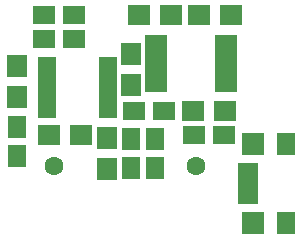
<source format=gbr>
G04 #@! TF.FileFunction,Soldermask,Bot*
%FSLAX46Y46*%
G04 Gerber Fmt 4.6, Leading zero omitted, Abs format (unit mm)*
G04 Created by KiCad (PCBNEW 4.0.7) date 04/27/18 14:22:45*
%MOMM*%
%LPD*%
G01*
G04 APERTURE LIST*
%ADD10C,0.150000*%
%ADD11R,1.700000X0.850000*%
%ADD12R,1.900000X1.900000*%
%ADD13R,1.600000X1.900000*%
%ADD14C,1.600000*%
%ADD15R,1.900000X1.650000*%
%ADD16R,1.650000X1.900000*%
%ADD17R,1.900000X1.700000*%
%ADD18R,1.700000X1.900000*%
%ADD19R,1.600000X0.800000*%
%ADD20R,1.850000X0.850000*%
G04 APERTURE END LIST*
D10*
D11*
X129291000Y-125700000D03*
X129291000Y-126350000D03*
X129291000Y-127000000D03*
X129291000Y-127650000D03*
X129291000Y-128300000D03*
D12*
X129691000Y-123650000D03*
X129691000Y-130350000D03*
D13*
X132441000Y-123650000D03*
X132441000Y-130350000D03*
D14*
X124824000Y-125492000D03*
X112824000Y-125492000D03*
D15*
X114534000Y-114808000D03*
X112034000Y-114808000D03*
X127234000Y-122936000D03*
X124734000Y-122936000D03*
D16*
X119380000Y-123210000D03*
X119380000Y-125710000D03*
X121412000Y-123210000D03*
X121412000Y-125710000D03*
X109728000Y-122194000D03*
X109728000Y-124694000D03*
D15*
X114534000Y-112776000D03*
X112034000Y-112776000D03*
X119654000Y-120904000D03*
X122154000Y-120904000D03*
D17*
X124634000Y-120904000D03*
X127334000Y-120904000D03*
D18*
X117348000Y-123110000D03*
X117348000Y-125810000D03*
D17*
X112442000Y-122936000D03*
X115142000Y-122936000D03*
D18*
X119380000Y-115998000D03*
X119380000Y-118698000D03*
X109728000Y-119714000D03*
X109728000Y-117014000D03*
D17*
X122762000Y-112776000D03*
X120062000Y-112776000D03*
X125142000Y-112776000D03*
X127842000Y-112776000D03*
D19*
X117408000Y-116649500D03*
X117408000Y-117284500D03*
X117408000Y-117919500D03*
X117408000Y-118554500D03*
X117408000Y-119189500D03*
X117408000Y-119824500D03*
X117408000Y-120459500D03*
X117408000Y-121094500D03*
X112208000Y-121094500D03*
X112208000Y-120459500D03*
X112208000Y-119824500D03*
X112208000Y-119189500D03*
X112208000Y-118554500D03*
X112208000Y-117919500D03*
X112208000Y-117284500D03*
X112208000Y-116649500D03*
D20*
X121510000Y-118790000D03*
X121510000Y-118140000D03*
X121510000Y-117490000D03*
X121510000Y-116840000D03*
X121510000Y-116190000D03*
X121510000Y-115540000D03*
X121510000Y-114890000D03*
X127410000Y-114890000D03*
X127410000Y-115540000D03*
X127410000Y-116190000D03*
X127410000Y-116840000D03*
X127410000Y-117490000D03*
X127410000Y-118140000D03*
X127410000Y-118790000D03*
M02*

</source>
